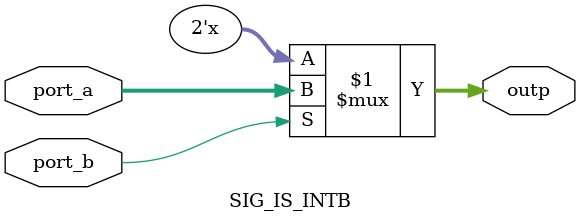
<source format=v>
module SIG_IS_INTB (port_a, port_b, outp);   
   input [1:0] port_a;   
   input port_b;   
   output [1:0] outp;
   assign outp = port_b ? port_a : 2'bzz; 
endmodule


</source>
